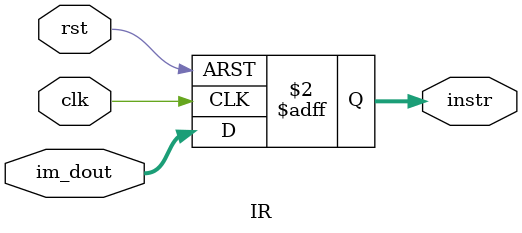
<source format=v>
module IR (clk, rst,  im_dout, instr);
               
   input         clk;
   input         rst;
   //input         IRWr; 
   input  [31:0] im_dout;
   output [31:0] instr;
   
   reg [31:0] instr;
               
   always @(posedge clk or posedge rst) begin
      instr <= im_dout;
      if ( rst ) 
         instr <= 0;
     
         
   end // end always
      
endmodule

</source>
